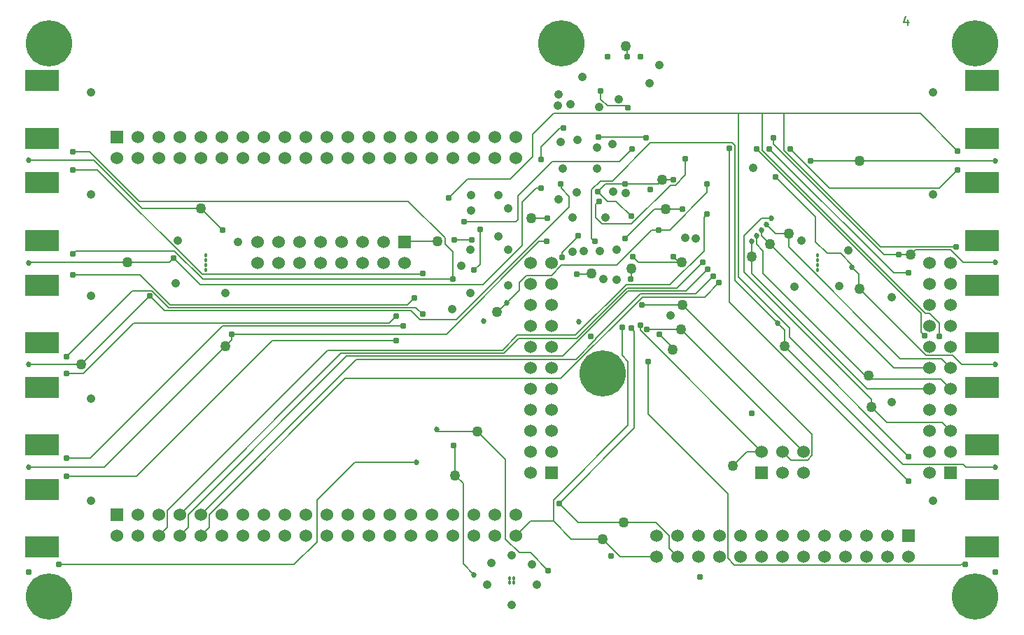
<source format=gbr>
G04 #@! TF.GenerationSoftware,KiCad,Pcbnew,6.0.10-86aedd382b~118~ubuntu22.04.1*
G04 #@! TF.CreationDate,2023-01-31T23:44:09-05:00*
G04 #@! TF.ProjectId,operacake,6f706572-6163-4616-9b65-2e6b69636164,rev?*
G04 #@! TF.SameCoordinates,Original*
G04 #@! TF.FileFunction,Copper,L4,Bot*
G04 #@! TF.FilePolarity,Positive*
%FSLAX46Y46*%
G04 Gerber Fmt 4.6, Leading zero omitted, Abs format (unit mm)*
G04 Created by KiCad (PCBNEW 6.0.10-86aedd382b~118~ubuntu22.04.1) date 2023-01-31 23:44:09*
%MOMM*%
%LPD*%
G01*
G04 APERTURE LIST*
%ADD10C,0.177800*%
G04 #@! TA.AperFunction,NonConductor*
%ADD11C,0.177800*%
G04 #@! TD*
G04 #@! TA.AperFunction,ComponentPad*
%ADD12C,5.600000*%
G04 #@! TD*
G04 #@! TA.AperFunction,ComponentPad*
%ADD13C,0.600000*%
G04 #@! TD*
G04 #@! TA.AperFunction,ComponentPad*
%ADD14R,1.524000X1.524000*%
G04 #@! TD*
G04 #@! TA.AperFunction,ComponentPad*
%ADD15C,1.524000*%
G04 #@! TD*
G04 #@! TA.AperFunction,SMDPad,CuDef*
%ADD16R,4.190000X2.665000*%
G04 #@! TD*
G04 #@! TA.AperFunction,SMDPad,CuDef*
%ADD17C,1.270000*%
G04 #@! TD*
G04 #@! TA.AperFunction,ComponentPad*
%ADD18C,0.457200*%
G04 #@! TD*
G04 #@! TA.AperFunction,ViaPad*
%ADD19C,1.066800*%
G04 #@! TD*
G04 #@! TA.AperFunction,ViaPad*
%ADD20C,0.685800*%
G04 #@! TD*
G04 #@! TA.AperFunction,ViaPad*
%ADD21C,0.787400*%
G04 #@! TD*
G04 #@! TA.AperFunction,Conductor*
%ADD22C,0.279400*%
G04 #@! TD*
G04 #@! TA.AperFunction,Conductor*
%ADD23C,0.203200*%
G04 #@! TD*
G04 APERTURE END LIST*
D10*
D11*
X167893523Y-101082285D02*
X167893523Y-101759619D01*
X167651619Y-100695238D02*
X167409714Y-101420952D01*
X168038666Y-101420952D01*
D12*
G04 #@! TO.P,MH1,1*
G04 #@! TO.N,GND*
X64000000Y-104000000D03*
D13*
X64000000Y-101800000D03*
X61800000Y-104000000D03*
X64000000Y-106200000D03*
X66200000Y-104000000D03*
X65550000Y-102450000D03*
X62450000Y-102450000D03*
X62450000Y-105550000D03*
X65550000Y-105550000D03*
G04 #@! TD*
D12*
G04 #@! TO.P,MH2,1*
G04 #@! TO.N,GND*
X64000000Y-171000000D03*
D13*
X64000000Y-168800000D03*
X61800000Y-171000000D03*
X64000000Y-173200000D03*
X66200000Y-171000000D03*
X65550000Y-169450000D03*
X62450000Y-169450000D03*
X62450000Y-172550000D03*
X65550000Y-172550000D03*
G04 #@! TD*
D12*
G04 #@! TO.P,MH3,1*
G04 #@! TO.N,GND*
X176000000Y-171000000D03*
D13*
X176000000Y-168800000D03*
X173800000Y-171000000D03*
X176000000Y-173200000D03*
X178200000Y-171000000D03*
X177550000Y-169450000D03*
X174450000Y-169450000D03*
X174450000Y-172550000D03*
X177550000Y-172550000D03*
G04 #@! TD*
D12*
G04 #@! TO.P,MH4,1*
G04 #@! TO.N,GND*
X176000000Y-104000000D03*
D13*
X176000000Y-101800000D03*
X173800000Y-104000000D03*
X176000000Y-106200000D03*
X178200000Y-104000000D03*
X177550000Y-102450000D03*
X174450000Y-102450000D03*
X174450000Y-105550000D03*
X177550000Y-105550000D03*
G04 #@! TD*
D12*
G04 #@! TO.P,MH5,1*
G04 #@! TO.N,GND*
X126000000Y-104000000D03*
D13*
X126000000Y-101800000D03*
X123800000Y-104000000D03*
X126000000Y-106200000D03*
X128200000Y-104000000D03*
X127550000Y-102450000D03*
X124450000Y-102450000D03*
X124450000Y-105550000D03*
X127550000Y-105550000D03*
G04 #@! TD*
D12*
G04 #@! TO.P,MH6,1*
G04 #@! TO.N,GND*
X131000000Y-144000000D03*
D13*
X131000000Y-141800000D03*
X128800000Y-144000000D03*
X131000000Y-146200000D03*
X133200000Y-144000000D03*
X132550000Y-142450000D03*
X129450000Y-142450000D03*
X129450000Y-145550000D03*
X132550000Y-145550000D03*
G04 #@! TD*
D14*
G04 #@! TO.P,P1,1*
G04 #@! TO.N,VCC*
X150170000Y-155950000D03*
D15*
G04 #@! TO.P,P1,2*
G04 #@! TO.N,/A0*
X150170000Y-153410000D03*
G04 #@! TO.P,P1,3*
G04 #@! TO.N,VCC*
X152710000Y-155950000D03*
G04 #@! TO.P,P1,4*
G04 #@! TO.N,/A1*
X152710000Y-153410000D03*
G04 #@! TO.P,P1,5*
G04 #@! TO.N,VCC*
X155250000Y-155950000D03*
G04 #@! TO.P,P1,6*
G04 #@! TO.N,/A2*
X155250000Y-153410000D03*
G04 #@! TD*
D14*
G04 #@! TO.P,P9,1*
G04 #@! TO.N,GND*
X106990000Y-128010000D03*
D15*
G04 #@! TO.P,P9,2*
X106990000Y-130550000D03*
G04 #@! TO.P,P9,3*
X104450000Y-128010000D03*
G04 #@! TO.P,P9,4*
G04 #@! TO.N,Net-(P9-Pad4)*
X104450000Y-130550000D03*
G04 #@! TO.P,P9,5*
G04 #@! TO.N,Net-(P9-Pad5)*
X101910000Y-128010000D03*
G04 #@! TO.P,P9,6*
G04 #@! TO.N,Net-(P9-Pad6)*
X101910000Y-130550000D03*
G04 #@! TO.P,P9,7*
G04 #@! TO.N,Net-(P9-Pad7)*
X99370000Y-128010000D03*
G04 #@! TO.P,P9,8*
G04 #@! TO.N,GND*
X99370000Y-130550000D03*
G04 #@! TO.P,P9,9*
X96830000Y-128010000D03*
G04 #@! TO.P,P9,10*
G04 #@! TO.N,Net-(P9-Pad10)*
X96830000Y-130550000D03*
G04 #@! TO.P,P9,11*
G04 #@! TO.N,Net-(P9-Pad11)*
X94290000Y-128010000D03*
G04 #@! TO.P,P9,12*
G04 #@! TO.N,Net-(P9-Pad12)*
X94290000Y-130550000D03*
G04 #@! TO.P,P9,13*
G04 #@! TO.N,Net-(P9-Pad13)*
X91750000Y-128010000D03*
G04 #@! TO.P,P9,14*
G04 #@! TO.N,GND*
X91750000Y-130550000D03*
G04 #@! TO.P,P9,15*
X89210000Y-128010000D03*
G04 #@! TO.P,P9,16*
X89210000Y-130550000D03*
G04 #@! TD*
D14*
G04 #@! TO.P,P20,1*
G04 #@! TO.N,Net-(P20-Pad1)*
X173030000Y-155950000D03*
D15*
G04 #@! TO.P,P20,2*
G04 #@! TO.N,Net-(P20-Pad2)*
X170490000Y-155950000D03*
G04 #@! TO.P,P20,3*
G04 #@! TO.N,VCC*
X173030000Y-153410000D03*
G04 #@! TO.P,P20,4*
G04 #@! TO.N,Net-(P20-Pad4)*
X170490000Y-153410000D03*
G04 #@! TO.P,P20,5*
G04 #@! TO.N,/EXT_U1CTRL*
X173030000Y-150870000D03*
G04 #@! TO.P,P20,6*
G04 #@! TO.N,Net-(P20-Pad6)*
X170490000Y-150870000D03*
G04 #@! TO.P,P20,7*
G04 #@! TO.N,Net-(P20-Pad7)*
X173030000Y-148330000D03*
G04 #@! TO.P,P20,8*
G04 #@! TO.N,Net-(P20-Pad8)*
X170490000Y-148330000D03*
G04 #@! TO.P,P20,9*
G04 #@! TO.N,/EXT_U2CTRL0*
X173030000Y-145790000D03*
G04 #@! TO.P,P20,10*
G04 #@! TO.N,/EXT_U2CTRL1*
X170490000Y-145790000D03*
G04 #@! TO.P,P20,11*
G04 #@! TO.N,/EXT_U3CTRL0*
X173030000Y-143250000D03*
G04 #@! TO.P,P20,12*
G04 #@! TO.N,/EXT_U3CTRL1*
X170490000Y-143250000D03*
G04 #@! TO.P,P20,13*
G04 #@! TO.N,Net-(P20-Pad13)*
X173030000Y-140710000D03*
G04 #@! TO.P,P20,14*
G04 #@! TO.N,Net-(P20-Pad14)*
X170490000Y-140710000D03*
G04 #@! TO.P,P20,15*
G04 #@! TO.N,GND*
X173030000Y-138170000D03*
G04 #@! TO.P,P20,16*
G04 #@! TO.N,Net-(P20-Pad16)*
X170490000Y-138170000D03*
G04 #@! TO.P,P20,17*
G04 #@! TO.N,Net-(P20-Pad17)*
X173030000Y-135630000D03*
G04 #@! TO.P,P20,18*
G04 #@! TO.N,Net-(P20-Pad18)*
X170490000Y-135630000D03*
G04 #@! TO.P,P20,19*
G04 #@! TO.N,GND*
X173030000Y-133090000D03*
G04 #@! TO.P,P20,20*
G04 #@! TO.N,Net-(P20-Pad20)*
X170490000Y-133090000D03*
G04 #@! TO.P,P20,21*
G04 #@! TO.N,Net-(P20-Pad21)*
X173030000Y-130550000D03*
G04 #@! TO.P,P20,22*
G04 #@! TO.N,Net-(P20-Pad22)*
X170490000Y-130550000D03*
G04 #@! TD*
D14*
G04 #@! TO.P,P22,1*
G04 #@! TO.N,Net-(P22-Pad1)*
X167950000Y-163570000D03*
D15*
G04 #@! TO.P,P22,2*
G04 #@! TO.N,Net-(P22-Pad2)*
X167950000Y-166110000D03*
G04 #@! TO.P,P22,3*
G04 #@! TO.N,Net-(P22-Pad3)*
X165410000Y-163570000D03*
G04 #@! TO.P,P22,4*
G04 #@! TO.N,GND*
X165410000Y-166110000D03*
G04 #@! TO.P,P22,5*
G04 #@! TO.N,Net-(P22-Pad5)*
X162870000Y-163570000D03*
G04 #@! TO.P,P22,6*
G04 #@! TO.N,Net-(P22-Pad6)*
X162870000Y-166110000D03*
G04 #@! TO.P,P22,7*
G04 #@! TO.N,Net-(P22-Pad7)*
X160330000Y-163570000D03*
G04 #@! TO.P,P22,8*
G04 #@! TO.N,Net-(P22-Pad8)*
X160330000Y-166110000D03*
G04 #@! TO.P,P22,9*
G04 #@! TO.N,Net-(P22-Pad9)*
X157790000Y-163570000D03*
G04 #@! TO.P,P22,10*
G04 #@! TO.N,GND*
X157790000Y-166110000D03*
G04 #@! TO.P,P22,11*
G04 #@! TO.N,VCC*
X155250000Y-163570000D03*
G04 #@! TO.P,P22,12*
G04 #@! TO.N,Net-(P22-Pad12)*
X155250000Y-166110000D03*
G04 #@! TO.P,P22,13*
G04 #@! TO.N,Net-(P22-Pad13)*
X152710000Y-163570000D03*
G04 #@! TO.P,P22,14*
G04 #@! TO.N,Net-(P22-Pad14)*
X152710000Y-166110000D03*
G04 #@! TO.P,P22,15*
G04 #@! TO.N,Net-(P22-Pad15)*
X150170000Y-163570000D03*
G04 #@! TO.P,P22,16*
G04 #@! TO.N,Net-(P22-Pad16)*
X150170000Y-166110000D03*
G04 #@! TO.P,P22,17*
G04 #@! TO.N,Net-(P22-Pad17)*
X147630000Y-163570000D03*
G04 #@! TO.P,P22,18*
G04 #@! TO.N,GND*
X147630000Y-166110000D03*
G04 #@! TO.P,P22,19*
G04 #@! TO.N,Net-(P22-Pad19)*
X145090000Y-163570000D03*
G04 #@! TO.P,P22,20*
G04 #@! TO.N,Net-(P22-Pad20)*
X145090000Y-166110000D03*
G04 #@! TO.P,P22,21*
G04 #@! TO.N,Net-(P22-Pad21)*
X142550000Y-163570000D03*
G04 #@! TO.P,P22,22*
G04 #@! TO.N,Net-(P22-Pad22)*
X142550000Y-166110000D03*
G04 #@! TO.P,P22,23*
G04 #@! TO.N,Net-(P22-Pad23)*
X140010000Y-163570000D03*
G04 #@! TO.P,P22,24*
G04 #@! TO.N,/SDA*
X140010000Y-166110000D03*
G04 #@! TO.P,P22,25*
G04 #@! TO.N,Net-(P22-Pad25)*
X137470000Y-163570000D03*
G04 #@! TO.P,P22,26*
G04 #@! TO.N,/SCL*
X137470000Y-166110000D03*
G04 #@! TD*
D14*
G04 #@! TO.P,P28,1*
G04 #@! TO.N,VCC*
X124770000Y-155950000D03*
D15*
G04 #@! TO.P,P28,2*
G04 #@! TO.N,GND*
X122230000Y-155950000D03*
G04 #@! TO.P,P28,3*
G04 #@! TO.N,Net-(P28-Pad3)*
X124770000Y-153410000D03*
G04 #@! TO.P,P28,4*
G04 #@! TO.N,Net-(P28-Pad4)*
X122230000Y-153410000D03*
G04 #@! TO.P,P28,5*
G04 #@! TO.N,Net-(P28-Pad5)*
X124770000Y-150870000D03*
G04 #@! TO.P,P28,6*
G04 #@! TO.N,Net-(P28-Pad6)*
X122230000Y-150870000D03*
G04 #@! TO.P,P28,7*
G04 #@! TO.N,Net-(P28-Pad7)*
X124770000Y-148330000D03*
G04 #@! TO.P,P28,8*
G04 #@! TO.N,Net-(P28-Pad8)*
X122230000Y-148330000D03*
G04 #@! TO.P,P28,9*
G04 #@! TO.N,Net-(P28-Pad9)*
X124770000Y-145790000D03*
G04 #@! TO.P,P28,10*
G04 #@! TO.N,Net-(P28-Pad10)*
X122230000Y-145790000D03*
G04 #@! TO.P,P28,11*
G04 #@! TO.N,Net-(P28-Pad11)*
X124770000Y-143250000D03*
G04 #@! TO.P,P28,12*
G04 #@! TO.N,GND*
X122230000Y-143250000D03*
G04 #@! TO.P,P28,13*
G04 #@! TO.N,Net-(P28-Pad13)*
X124770000Y-140710000D03*
G04 #@! TO.P,P28,14*
G04 #@! TO.N,Net-(P28-Pad14)*
X122230000Y-140710000D03*
G04 #@! TO.P,P28,15*
G04 #@! TO.N,Net-(P28-Pad15)*
X124770000Y-138170000D03*
G04 #@! TO.P,P28,16*
G04 #@! TO.N,Net-(P28-Pad16)*
X122230000Y-138170000D03*
G04 #@! TO.P,P28,17*
G04 #@! TO.N,Net-(P28-Pad17)*
X124770000Y-135630000D03*
G04 #@! TO.P,P28,18*
G04 #@! TO.N,Net-(P28-Pad18)*
X122230000Y-135630000D03*
G04 #@! TO.P,P28,19*
G04 #@! TO.N,Net-(P28-Pad19)*
X124770000Y-133090000D03*
G04 #@! TO.P,P28,20*
G04 #@! TO.N,Net-(P28-Pad20)*
X122230000Y-133090000D03*
G04 #@! TO.P,P28,21*
G04 #@! TO.N,Net-(P28-Pad21)*
X124770000Y-130550000D03*
G04 #@! TO.P,P28,22*
G04 #@! TO.N,Net-(P28-Pad22)*
X122230000Y-130550000D03*
G04 #@! TD*
D16*
G04 #@! TO.P,PA0,2*
G04 #@! TO.N,GND*
X63115000Y-158007500D03*
X63115000Y-164992500D03*
D13*
X64520000Y-164000000D03*
X64520000Y-165000000D03*
X64520000Y-166000000D03*
X63520000Y-164000000D03*
X63520000Y-165000000D03*
X63520000Y-166000000D03*
X62520000Y-164000000D03*
X62520000Y-165000000D03*
X62520000Y-166000000D03*
X64520000Y-159000000D03*
X64520000Y-158000000D03*
X64520000Y-157000000D03*
X63520000Y-159000000D03*
X63520000Y-158000000D03*
X63520000Y-157000000D03*
X62520000Y-159000000D03*
X62520000Y-158000000D03*
X62520000Y-157000000D03*
G04 #@! TD*
D16*
G04 #@! TO.P,PA1,2*
G04 #@! TO.N,GND*
X63115000Y-145632500D03*
X63115000Y-152617500D03*
D13*
X64520000Y-151625000D03*
X64520000Y-152625000D03*
X64520000Y-153625000D03*
X63520000Y-151625000D03*
X63520000Y-152625000D03*
X63520000Y-153625000D03*
X62520000Y-151625000D03*
X62520000Y-152625000D03*
X62520000Y-153625000D03*
X64520000Y-146625000D03*
X64520000Y-145625000D03*
X64520000Y-144625000D03*
X63520000Y-146625000D03*
X63520000Y-145625000D03*
X63520000Y-144625000D03*
X62520000Y-146625000D03*
X62520000Y-145625000D03*
X62520000Y-144625000D03*
G04 #@! TD*
D16*
G04 #@! TO.P,PA2,2*
G04 #@! TO.N,GND*
X63115000Y-133257500D03*
X63115000Y-140242500D03*
D13*
X64520000Y-139250000D03*
X64520000Y-140250000D03*
X64520000Y-141250000D03*
X63520000Y-139250000D03*
X63520000Y-140250000D03*
X63520000Y-141250000D03*
X62520000Y-139250000D03*
X62520000Y-140250000D03*
X62520000Y-141250000D03*
X64520000Y-134250000D03*
X64520000Y-133250000D03*
X64520000Y-132250000D03*
X63520000Y-134250000D03*
X63520000Y-133250000D03*
X63520000Y-132250000D03*
X62520000Y-134250000D03*
X62520000Y-133250000D03*
X62520000Y-132250000D03*
G04 #@! TD*
D16*
G04 #@! TO.P,PA3,2*
G04 #@! TO.N,GND*
X63115000Y-120882500D03*
X63115000Y-127867500D03*
D13*
X64520000Y-126875000D03*
X64520000Y-127875000D03*
X64520000Y-128875000D03*
X63520000Y-126875000D03*
X63520000Y-127875000D03*
X63520000Y-128875000D03*
X62520000Y-126875000D03*
X62520000Y-127875000D03*
X62520000Y-128875000D03*
X64520000Y-121875000D03*
X64520000Y-120875000D03*
X64520000Y-119875000D03*
X63520000Y-121875000D03*
X63520000Y-120875000D03*
X63520000Y-119875000D03*
X62520000Y-121875000D03*
X62520000Y-120875000D03*
X62520000Y-119875000D03*
G04 #@! TD*
D16*
G04 #@! TO.P,PA4,2*
G04 #@! TO.N,GND*
X63115000Y-108507500D03*
X63115000Y-115492500D03*
D13*
X64520000Y-114500000D03*
X64520000Y-115500000D03*
X64520000Y-116500000D03*
X63520000Y-114500000D03*
X63520000Y-115500000D03*
X63520000Y-116500000D03*
X62520000Y-114500000D03*
X62520000Y-115500000D03*
X62520000Y-116500000D03*
X64520000Y-109500000D03*
X64520000Y-108500000D03*
X64520000Y-107500000D03*
X63520000Y-109500000D03*
X63520000Y-108500000D03*
X63520000Y-107500000D03*
X62520000Y-109500000D03*
X62520000Y-108500000D03*
X62520000Y-107500000D03*
G04 #@! TD*
D16*
G04 #@! TO.P,PB0,2*
G04 #@! TO.N,GND*
X176885000Y-164992500D03*
X176885000Y-158007500D03*
D13*
X175480000Y-159000000D03*
X175480000Y-158000000D03*
X175480000Y-157000000D03*
X176480000Y-159000000D03*
X176480000Y-158000000D03*
X176480000Y-157000000D03*
X177480000Y-159000000D03*
X177480000Y-158000000D03*
X177480000Y-157000000D03*
X175480000Y-164000000D03*
X175480000Y-165000000D03*
X175480000Y-166000000D03*
X176480000Y-164000000D03*
X176480000Y-165000000D03*
X176480000Y-166000000D03*
X177480000Y-164000000D03*
X177480000Y-165000000D03*
X177480000Y-166000000D03*
G04 #@! TD*
D16*
G04 #@! TO.P,PB1,2*
G04 #@! TO.N,GND*
X176885000Y-152617500D03*
X176885000Y-145632500D03*
D13*
X175480000Y-146625000D03*
X175480000Y-145625000D03*
X175480000Y-144625000D03*
X176480000Y-146625000D03*
X176480000Y-145625000D03*
X176480000Y-144625000D03*
X177480000Y-146625000D03*
X177480000Y-145625000D03*
X177480000Y-144625000D03*
X175480000Y-151625000D03*
X175480000Y-152625000D03*
X175480000Y-153625000D03*
X176480000Y-151625000D03*
X176480000Y-152625000D03*
X176480000Y-153625000D03*
X177480000Y-151625000D03*
X177480000Y-152625000D03*
X177480000Y-153625000D03*
G04 #@! TD*
D16*
G04 #@! TO.P,PB2,2*
G04 #@! TO.N,GND*
X176885000Y-140242500D03*
X176885000Y-133257500D03*
D13*
X175480000Y-134250000D03*
X175480000Y-133250000D03*
X175480000Y-132250000D03*
X176480000Y-134250000D03*
X176480000Y-133250000D03*
X176480000Y-132250000D03*
X177480000Y-134250000D03*
X177480000Y-133250000D03*
X177480000Y-132250000D03*
X175480000Y-139250000D03*
X175480000Y-140250000D03*
X175480000Y-141250000D03*
X176480000Y-139250000D03*
X176480000Y-140250000D03*
X176480000Y-141250000D03*
X177480000Y-139250000D03*
X177480000Y-140250000D03*
X177480000Y-141250000D03*
G04 #@! TD*
D16*
G04 #@! TO.P,PB3,2*
G04 #@! TO.N,GND*
X176885000Y-127867500D03*
X176885000Y-120882500D03*
D13*
X175480000Y-121875000D03*
X175480000Y-120875000D03*
X175480000Y-119875000D03*
X176480000Y-121875000D03*
X176480000Y-120875000D03*
X176480000Y-119875000D03*
X177480000Y-121875000D03*
X177480000Y-120875000D03*
X177480000Y-119875000D03*
X175480000Y-126875000D03*
X175480000Y-127875000D03*
X175480000Y-128875000D03*
X176480000Y-126875000D03*
X176480000Y-127875000D03*
X176480000Y-128875000D03*
X177480000Y-126875000D03*
X177480000Y-127875000D03*
X177480000Y-128875000D03*
G04 #@! TD*
D16*
G04 #@! TO.P,PB4,2*
G04 #@! TO.N,GND*
X176885000Y-115492500D03*
X176885000Y-108507500D03*
D13*
X175480000Y-109500000D03*
X175480000Y-108500000D03*
X175480000Y-107500000D03*
X176480000Y-109500000D03*
X176480000Y-108500000D03*
X176480000Y-107500000D03*
X177480000Y-109500000D03*
X177480000Y-108500000D03*
X177480000Y-107500000D03*
X175480000Y-114500000D03*
X175480000Y-115500000D03*
X175480000Y-116500000D03*
X176480000Y-114500000D03*
X176480000Y-115500000D03*
X176480000Y-116500000D03*
X177480000Y-114500000D03*
X177480000Y-115500000D03*
X177480000Y-116500000D03*
G04 #@! TD*
D17*
G04 #@! TO.P,TP1,1*
G04 #@! TO.N,/EXT_U2CTRL1*
X149000000Y-129800000D03*
G04 #@! TD*
G04 #@! TO.P,TP2,1*
G04 #@! TO.N,/EXT_U2CTRL0*
X163113720Y-144198340D03*
G04 #@! TD*
G04 #@! TO.P,TP3,1*
G04 #@! TO.N,/EXT_U3CTRL1*
X151200000Y-128300000D03*
G04 #@! TD*
G04 #@! TO.P,TP4,1*
G04 #@! TO.N,/EXT_U3CTRL0*
X153500000Y-127000000D03*
G04 #@! TD*
G04 #@! TO.P,TP5,1*
G04 #@! TO.N,/EXT_U1CTRL*
X163500000Y-148000000D03*
G04 #@! TD*
G04 #@! TO.P,TP6,1*
G04 #@! TO.N,/!LED_EN*
X139400000Y-141100000D03*
G04 #@! TD*
G04 #@! TO.P,TP7,1*
G04 #@! TO.N,/!RESET*
X134400000Y-131300000D03*
G04 #@! TD*
G04 #@! TO.P,TP8,1*
G04 #@! TO.N,/!OE*
X140500000Y-130500000D03*
G04 #@! TD*
G04 #@! TO.P,TP9,1*
G04 #@! TO.N,/U1CTRL*
X118200000Y-136500000D03*
G04 #@! TD*
G04 #@! TO.P,TP10,1*
G04 #@! TO.N,/U2CTRL0*
X129600000Y-131900000D03*
G04 #@! TD*
G04 #@! TO.P,TP11,1*
G04 #@! TO.N,/U2CTRL1*
X138600000Y-124100000D03*
G04 #@! TD*
G04 #@! TO.P,TP12,1*
G04 #@! TO.N,/U3CTRL0*
X138200000Y-120500000D03*
G04 #@! TD*
G04 #@! TO.P,TP13,1*
G04 #@! TO.N,/U3CTRL1*
X133770000Y-104323600D03*
G04 #@! TD*
G04 #@! TO.P,TP14,1*
G04 #@! TO.N,GND*
X111000000Y-128000000D03*
G04 #@! TD*
G04 #@! TO.P,TP15,1*
G04 #@! TO.N,VCC*
X122300000Y-125200000D03*
G04 #@! TD*
G04 #@! TO.P,TP16,1*
G04 #@! TO.N,/U1VC1*
X115800000Y-151000000D03*
G04 #@! TD*
G04 #@! TO.P,TP17,1*
G04 #@! TO.N,/U1VC2*
X113106200Y-156286200D03*
G04 #@! TD*
G04 #@! TO.P,TP18,1*
G04 #@! TO.N,/U2V1*
X67900000Y-142900000D03*
G04 #@! TD*
G04 #@! TO.P,TP19,1*
G04 #@! TO.N,/U2V2*
X73500000Y-130500000D03*
G04 #@! TD*
G04 #@! TO.P,TP20,1*
G04 #@! TO.N,/U2V3*
X85300000Y-140700000D03*
G04 #@! TD*
G04 #@! TO.P,TP21,1*
G04 #@! TO.N,/U2V4*
X82400000Y-124000000D03*
G04 #@! TD*
G04 #@! TO.P,TP22,1*
G04 #@! TO.N,/U3V1*
X168200000Y-129600000D03*
G04 #@! TD*
G04 #@! TO.P,TP23,1*
G04 #@! TO.N,/U3V2*
X162031680Y-133725920D03*
G04 #@! TD*
G04 #@! TO.P,TP24,1*
G04 #@! TO.N,/U3V3*
X162000000Y-118200000D03*
G04 #@! TD*
G04 #@! TO.P,TP25,1*
G04 #@! TO.N,/U3V4*
X153000000Y-140667998D03*
G04 #@! TD*
G04 #@! TO.P,TP26,1*
G04 #@! TO.N,/SDA*
X133500000Y-162000000D03*
G04 #@! TD*
G04 #@! TO.P,TP27,1*
G04 #@! TO.N,/SCL*
X131000000Y-164000000D03*
G04 #@! TD*
G04 #@! TO.P,TP28,1*
G04 #@! TO.N,/A0*
X146700000Y-155100000D03*
G04 #@! TD*
G04 #@! TO.P,TP29,1*
G04 #@! TO.N,/A1*
X140600000Y-135700000D03*
G04 #@! TD*
G04 #@! TO.P,TP30,1*
G04 #@! TO.N,/A2*
X140440000Y-138600000D03*
G04 #@! TD*
D18*
G04 #@! TO.P,U1,0*
G04 #@! TO.N,GND*
X120250000Y-169250000D03*
X119750000Y-169250000D03*
X119750000Y-168750000D03*
X120250000Y-168750000D03*
G04 #@! TD*
G04 #@! TO.P,U2,0*
G04 #@! TO.N,GND*
X83000000Y-130262500D03*
X83000000Y-129662500D03*
X83000000Y-130862500D03*
X83000000Y-131462500D03*
G04 #@! TD*
G04 #@! TO.P,U3,0*
G04 #@! TO.N,GND*
X157000000Y-130862500D03*
X157000000Y-131462500D03*
X157000000Y-130262500D03*
X157000000Y-129662500D03*
G04 #@! TD*
D14*
G04 #@! TO.P,J1,1*
G04 #@! TO.N,GND*
X72192000Y-115310000D03*
D15*
G04 #@! TO.P,J1,2*
G04 #@! TO.N,VCC*
X72192000Y-117850000D03*
G04 #@! TO.P,J1,3*
G04 #@! TO.N,Net-(J1-Pad3)*
X74732000Y-115310000D03*
G04 #@! TO.P,J1,4*
G04 #@! TO.N,Net-(J1-Pad4)*
X74732000Y-117850000D03*
G04 #@! TO.P,J1,5*
G04 #@! TO.N,Net-(J1-Pad5)*
X77272000Y-115310000D03*
G04 #@! TO.P,J1,6*
G04 #@! TO.N,Net-(J1-Pad6)*
X77272000Y-117850000D03*
G04 #@! TO.P,J1,7*
G04 #@! TO.N,Net-(J1-Pad7)*
X79812000Y-115310000D03*
G04 #@! TO.P,J1,8*
G04 #@! TO.N,Net-(J1-Pad8)*
X79812000Y-117850000D03*
G04 #@! TO.P,J1,9*
G04 #@! TO.N,Net-(J1-Pad9)*
X82352000Y-115310000D03*
G04 #@! TO.P,J1,10*
G04 #@! TO.N,Net-(J1-Pad10)*
X82352000Y-117850000D03*
G04 #@! TO.P,J1,11*
G04 #@! TO.N,Net-(J1-Pad11)*
X84892000Y-115310000D03*
G04 #@! TO.P,J1,12*
G04 #@! TO.N,Net-(J1-Pad12)*
X84892000Y-117850000D03*
G04 #@! TO.P,J1,13*
G04 #@! TO.N,Net-(J1-Pad13)*
X87432000Y-115310000D03*
G04 #@! TO.P,J1,14*
G04 #@! TO.N,Net-(J1-Pad14)*
X87432000Y-117850000D03*
G04 #@! TO.P,J1,15*
G04 #@! TO.N,Net-(J1-Pad15)*
X89972000Y-115310000D03*
G04 #@! TO.P,J1,16*
G04 #@! TO.N,Net-(J1-Pad16)*
X89972000Y-117850000D03*
G04 #@! TO.P,J1,17*
G04 #@! TO.N,Net-(J1-Pad17)*
X92512000Y-115310000D03*
G04 #@! TO.P,J1,18*
G04 #@! TO.N,Net-(J1-Pad18)*
X92512000Y-117850000D03*
G04 #@! TO.P,J1,19*
G04 #@! TO.N,Net-(J1-Pad19)*
X95052000Y-115310000D03*
G04 #@! TO.P,J1,20*
G04 #@! TO.N,Net-(J1-Pad20)*
X95052000Y-117850000D03*
G04 #@! TO.P,J1,21*
G04 #@! TO.N,Net-(J1-Pad21)*
X97592000Y-115310000D03*
G04 #@! TO.P,J1,22*
G04 #@! TO.N,Net-(J1-Pad22)*
X97592000Y-117850000D03*
G04 #@! TO.P,J1,23*
G04 #@! TO.N,Net-(J1-Pad23)*
X100132000Y-115310000D03*
G04 #@! TO.P,J1,24*
G04 #@! TO.N,Net-(J1-Pad24)*
X100132000Y-117850000D03*
G04 #@! TO.P,J1,25*
G04 #@! TO.N,Net-(J1-Pad25)*
X102672000Y-115310000D03*
G04 #@! TO.P,J1,26*
G04 #@! TO.N,Net-(J1-Pad26)*
X102672000Y-117850000D03*
G04 #@! TO.P,J1,27*
G04 #@! TO.N,Net-(J1-Pad27)*
X105212000Y-115310000D03*
G04 #@! TO.P,J1,28*
G04 #@! TO.N,Net-(J1-Pad28)*
X105212000Y-117850000D03*
G04 #@! TO.P,J1,29*
G04 #@! TO.N,Net-(J1-Pad29)*
X107752000Y-115310000D03*
G04 #@! TO.P,J1,30*
G04 #@! TO.N,Net-(J1-Pad30)*
X107752000Y-117850000D03*
G04 #@! TO.P,J1,31*
G04 #@! TO.N,Net-(J1-Pad31)*
X110292000Y-115310000D03*
G04 #@! TO.P,J1,32*
G04 #@! TO.N,Net-(J1-Pad32)*
X110292000Y-117850000D03*
G04 #@! TO.P,J1,33*
G04 #@! TO.N,Net-(J1-Pad33)*
X112832000Y-115310000D03*
G04 #@! TO.P,J1,34*
G04 #@! TO.N,Net-(J1-Pad34)*
X112832000Y-117850000D03*
G04 #@! TO.P,J1,35*
G04 #@! TO.N,Net-(J1-Pad35)*
X115372000Y-115310000D03*
G04 #@! TO.P,J1,36*
G04 #@! TO.N,Net-(J1-Pad36)*
X115372000Y-117850000D03*
G04 #@! TO.P,J1,37*
G04 #@! TO.N,Net-(J1-Pad37)*
X117912000Y-115310000D03*
G04 #@! TO.P,J1,38*
G04 #@! TO.N,Net-(J1-Pad38)*
X117912000Y-117850000D03*
G04 #@! TO.P,J1,39*
G04 #@! TO.N,Net-(J1-Pad39)*
X120452000Y-115310000D03*
G04 #@! TO.P,J1,40*
G04 #@! TO.N,Net-(J1-Pad40)*
X120452000Y-117850000D03*
G04 #@! TD*
D14*
G04 #@! TO.P,J2,1*
G04 #@! TO.N,GND*
X72192000Y-161030000D03*
D15*
G04 #@! TO.P,J2,2*
G04 #@! TO.N,Net-(J2-Pad2)*
X72192000Y-163570000D03*
G04 #@! TO.P,J2,3*
G04 #@! TO.N,Net-(J2-Pad3)*
X74732000Y-161030000D03*
G04 #@! TO.P,J2,4*
G04 #@! TO.N,Net-(J2-Pad4)*
X74732000Y-163570000D03*
G04 #@! TO.P,J2,5*
G04 #@! TO.N,Net-(J2-Pad5)*
X77272000Y-161030000D03*
G04 #@! TO.P,J2,6*
G04 #@! TO.N,/EXT_U1CTRL*
X77272000Y-163570000D03*
G04 #@! TO.P,J2,7*
G04 #@! TO.N,/EXT_U3CTRL0*
X79812000Y-161030000D03*
G04 #@! TO.P,J2,8*
G04 #@! TO.N,/EXT_U3CTRL1*
X79812000Y-163570000D03*
G04 #@! TO.P,J2,9*
G04 #@! TO.N,/EXT_U2CTRL0*
X82352000Y-161030000D03*
G04 #@! TO.P,J2,10*
G04 #@! TO.N,/EXT_U2CTRL1*
X82352000Y-163570000D03*
G04 #@! TO.P,J2,11*
G04 #@! TO.N,Net-(J2-Pad11)*
X84892000Y-161030000D03*
G04 #@! TO.P,J2,12*
G04 #@! TO.N,Net-(J2-Pad12)*
X84892000Y-163570000D03*
G04 #@! TO.P,J2,13*
G04 #@! TO.N,Net-(J2-Pad13)*
X87432000Y-161030000D03*
G04 #@! TO.P,J2,14*
G04 #@! TO.N,Net-(J2-Pad14)*
X87432000Y-163570000D03*
G04 #@! TO.P,J2,15*
G04 #@! TO.N,Net-(J2-Pad15)*
X89972000Y-161030000D03*
G04 #@! TO.P,J2,16*
G04 #@! TO.N,Net-(J2-Pad16)*
X89972000Y-163570000D03*
G04 #@! TO.P,J2,17*
G04 #@! TO.N,Net-(J2-Pad17)*
X92512000Y-161030000D03*
G04 #@! TO.P,J2,18*
G04 #@! TO.N,Net-(J2-Pad18)*
X92512000Y-163570000D03*
G04 #@! TO.P,J2,19*
G04 #@! TO.N,Net-(J2-Pad19)*
X95052000Y-161030000D03*
G04 #@! TO.P,J2,20*
G04 #@! TO.N,Net-(J2-Pad20)*
X95052000Y-163570000D03*
G04 #@! TO.P,J2,21*
G04 #@! TO.N,Net-(J2-Pad21)*
X97592000Y-161030000D03*
G04 #@! TO.P,J2,22*
G04 #@! TO.N,Net-(J2-Pad22)*
X97592000Y-163570000D03*
G04 #@! TO.P,J2,23*
G04 #@! TO.N,Net-(J2-Pad23)*
X100132000Y-161030000D03*
G04 #@! TO.P,J2,24*
G04 #@! TO.N,Net-(J2-Pad24)*
X100132000Y-163570000D03*
G04 #@! TO.P,J2,25*
G04 #@! TO.N,Net-(J2-Pad25)*
X102672000Y-161030000D03*
G04 #@! TO.P,J2,26*
G04 #@! TO.N,Net-(J2-Pad26)*
X102672000Y-163570000D03*
G04 #@! TO.P,J2,27*
G04 #@! TO.N,Net-(J2-Pad27)*
X105212000Y-161030000D03*
G04 #@! TO.P,J2,28*
G04 #@! TO.N,Net-(J2-Pad28)*
X105212000Y-163570000D03*
G04 #@! TO.P,J2,29*
G04 #@! TO.N,Net-(J2-Pad29)*
X107752000Y-161030000D03*
G04 #@! TO.P,J2,30*
G04 #@! TO.N,Net-(J2-Pad30)*
X107752000Y-163570000D03*
G04 #@! TO.P,J2,31*
G04 #@! TO.N,Net-(J2-Pad31)*
X110292000Y-161030000D03*
G04 #@! TO.P,J2,32*
G04 #@! TO.N,Net-(J2-Pad32)*
X110292000Y-163570000D03*
G04 #@! TO.P,J2,33*
G04 #@! TO.N,Net-(J2-Pad33)*
X112832000Y-161030000D03*
G04 #@! TO.P,J2,34*
G04 #@! TO.N,Net-(J2-Pad34)*
X112832000Y-163570000D03*
G04 #@! TO.P,J2,35*
G04 #@! TO.N,Net-(J2-Pad35)*
X115372000Y-161030000D03*
G04 #@! TO.P,J2,36*
G04 #@! TO.N,Net-(J2-Pad36)*
X115372000Y-163570000D03*
G04 #@! TO.P,J2,37*
G04 #@! TO.N,Net-(J2-Pad37)*
X117912000Y-161030000D03*
G04 #@! TO.P,J2,38*
G04 #@! TO.N,Net-(J2-Pad38)*
X117912000Y-163570000D03*
G04 #@! TO.P,J2,39*
G04 #@! TO.N,/SDA*
X120452000Y-161030000D03*
G04 #@! TO.P,J2,40*
G04 #@! TO.N,/SCL*
X120452000Y-163570000D03*
G04 #@! TD*
D19*
G04 #@! TO.N,GND*
X130652520Y-129113280D03*
X159623760Y-133380480D03*
X155006040Y-127863600D03*
X154183080Y-133426200D03*
X122428000Y-167050720D03*
X117546120Y-166938960D03*
X112768380Y-136154160D03*
X113878360Y-130962400D03*
X115046760Y-122392440D03*
X127342900Y-129204720D03*
X125674120Y-122915680D03*
X133741160Y-122128280D03*
X130286760Y-116593620D03*
X130276600Y-119171720D03*
X125547120Y-111579660D03*
X137822940Y-106649520D03*
X125925580Y-115968780D03*
X126100840Y-119141240D03*
X160680400Y-129082800D03*
X142234920Y-127662940D03*
X130540760Y-111693960D03*
X127086360Y-111328200D03*
X132918200Y-110769400D03*
X128549400Y-108026200D03*
X86817200Y-128041400D03*
X79603600Y-127914400D03*
X79298800Y-133070600D03*
X85293200Y-134188200D03*
X123002359Y-169523597D03*
X120000000Y-166000000D03*
X120000000Y-172000000D03*
X117000000Y-169528703D03*
X149200000Y-119100000D03*
D20*
X128100000Y-137700000D03*
D19*
X119536777Y-123975619D03*
X127300000Y-125100000D03*
X119536777Y-128975619D03*
X119536777Y-133275619D03*
X131300000Y-125100000D03*
X139200000Y-136900000D03*
D21*
X149000000Y-148800000D03*
D19*
X69100000Y-109900000D03*
X69100000Y-122300000D03*
X69100000Y-134600000D03*
X69100000Y-147000000D03*
X69100000Y-159400000D03*
X170900000Y-159400000D03*
X165900000Y-147400000D03*
X165900000Y-134700000D03*
X170900000Y-122300000D03*
X170900000Y-109900000D03*
X131046220Y-132532120D03*
G04 #@! TO.N,VCC*
X114929920Y-134223760D03*
X114993420Y-128945640D03*
X115023900Y-124228860D03*
X128671320Y-129128520D03*
X127833120Y-122011440D03*
X132227320Y-121970800D03*
X132184140Y-116166900D03*
X125592840Y-110215680D03*
X136634220Y-108821220D03*
X127947420Y-115648740D03*
X132648960Y-128976120D03*
X132702300Y-132623560D03*
X141000480Y-127502920D03*
D21*
X61500000Y-168000000D03*
X178500000Y-168000000D03*
D20*
X116600000Y-137600000D03*
D21*
X136700000Y-121700000D03*
X124300000Y-125200000D03*
X131570000Y-105623600D03*
X135570000Y-105623600D03*
D19*
X118336777Y-122375619D03*
X118336777Y-127375619D03*
D21*
X129500000Y-139500000D03*
X132000000Y-166100000D03*
X142700000Y-168600000D03*
D20*
G04 #@! TO.N,Net-(DA0-Pad1)*
X108458000Y-154686000D03*
D21*
X65150000Y-167100000D03*
G04 #@! TO.N,/U2V3*
X86100004Y-139200000D03*
D20*
X61550000Y-155300000D03*
D21*
X124200000Y-128000000D03*
G04 #@! TO.N,Net-(DAG1-Pad1)*
X66100000Y-141900000D03*
X109200000Y-136800000D03*
X66850000Y-117100000D03*
X112836777Y-132552290D03*
X66850000Y-129500000D03*
X106800000Y-138200000D03*
X66100000Y-154200000D03*
G04 #@! TO.N,/U2V1*
X125902720Y-121033540D03*
X76200000Y-134599996D03*
D20*
X61550000Y-142900000D03*
D21*
G04 #@! TO.N,/U2V2*
X126227840Y-114259360D03*
X123520200Y-121513600D03*
X123520200Y-118084600D03*
X79100000Y-130000000D03*
D20*
X61550000Y-130550000D03*
G04 #@! TO.N,/U2V4*
X61550000Y-118150000D03*
D21*
X85000000Y-126599986D03*
G04 #@! TO.N,Net-(DAY1-Pad1)*
X66850000Y-132000000D03*
X108158000Y-134842000D03*
X66850000Y-119300000D03*
X109200000Y-131893440D03*
X106000000Y-137000000D03*
X66100000Y-144000000D03*
X106000000Y-140000000D03*
X66100000Y-156400000D03*
G04 #@! TO.N,Net-(DB0-Pad1)*
X136500000Y-142500000D03*
X174850000Y-167100000D03*
D20*
G04 #@! TO.N,/U3V3*
X178450000Y-118200000D03*
D21*
X156100000Y-118200000D03*
G04 #@! TO.N,Net-(DBG1-Pad1)*
X168000000Y-154000000D03*
X171700000Y-139500000D03*
X173700000Y-128600000D03*
X112300000Y-122700000D03*
X173900000Y-117000000D03*
G04 #@! TO.N,/U3V1*
X151600000Y-115400000D03*
X136200000Y-115400000D03*
X130425400Y-115382200D03*
D20*
X178450000Y-130500000D03*
D21*
X166800000Y-129600000D03*
G04 #@! TO.N,/U3V2*
X151900000Y-120200000D03*
X141000000Y-118000000D03*
X130547710Y-123100000D03*
D20*
X161096960Y-131084320D03*
X178450000Y-142900000D03*
G04 #@! TO.N,/U3V4*
X152127904Y-137872076D03*
D21*
X130000000Y-128000000D03*
D20*
X178450000Y-155300000D03*
D21*
G04 #@! TO.N,Net-(DBY1-Pad1)*
X134500000Y-116800000D03*
X114198400Y-125603000D03*
X169875002Y-139425000D03*
X146300000Y-116700000D03*
X168000000Y-157000000D03*
X149596497Y-116800000D03*
X151157496Y-116800000D03*
X168000000Y-131800000D03*
X153700000Y-116800000D03*
X173900000Y-119300000D03*
G04 #@! TO.N,/EXT_U3CTRL1*
X143704580Y-131348520D03*
D20*
X150200000Y-126600000D03*
D21*
G04 #@! TO.N,/EXT_U2CTRL1*
X145000000Y-133000000D03*
D20*
X149000000Y-128000000D03*
D21*
G04 #@! TO.N,/EXT_U3CTRL0*
X143056870Y-130526887D03*
D20*
X150800000Y-125900000D03*
G04 #@! TO.N,/EXT_U2CTRL0*
X149600000Y-127300000D03*
D21*
X144352290Y-132184023D03*
G04 #@! TO.N,/EXT_U1CTRL*
X143600000Y-124700000D03*
D20*
X151400000Y-125200000D03*
D21*
G04 #@! TO.N,/SDA*
X125700000Y-159700000D03*
X134400000Y-138500000D03*
G04 #@! TO.N,/SCL*
X133300000Y-138400000D03*
G04 #@! TO.N,/A0*
X135500000Y-138100000D03*
G04 #@! TO.N,/A1*
X135700000Y-135700000D03*
G04 #@! TO.N,/A2*
X136300000Y-138600000D03*
G04 #@! TO.N,Net-(R1-Pad2)*
X113000000Y-127800000D03*
X115100000Y-127800000D03*
G04 #@! TO.N,/!LED_EN*
X137800000Y-139247710D03*
G04 #@! TO.N,/!RESET*
X134375000Y-132559674D03*
G04 #@! TO.N,/!OE*
X139491720Y-129783840D03*
X134600000Y-129800000D03*
G04 #@! TO.N,/U2CTRL1*
X133700000Y-127600000D03*
X140600000Y-124100000D03*
G04 #@! TO.N,/U2CTRL0*
X126034800Y-129936240D03*
X128031240Y-127254000D03*
X127814001Y-131942523D03*
G04 #@! TO.N,/U3CTRL1*
X134010400Y-111810800D03*
X130743960Y-109773720D03*
X133970000Y-105623600D03*
G04 #@! TO.N,/U3CTRL0*
X133715760Y-121013220D03*
X139500000Y-120500000D03*
X134400000Y-124900000D03*
X130360309Y-121933122D03*
D20*
G04 #@! TO.N,/U1CTRL*
X119400000Y-135400000D03*
D21*
X143600000Y-121000000D03*
X137700000Y-126600000D03*
G04 #@! TO.N,/U1VC1*
X124404120Y-167830500D03*
D20*
X110871000Y-150749000D03*
D21*
X116128800Y-126517400D03*
X115392200Y-131470400D03*
G04 #@! TO.N,/U1VC2*
X112974120Y-152643840D03*
D20*
X115427760Y-168325800D03*
G04 #@! TD*
D22*
G04 #@! TO.N,GND*
X79298800Y-133070600D02*
X79273400Y-133070600D01*
D23*
X111000000Y-128000000D02*
X107000000Y-128000000D01*
X107000000Y-128000000D02*
X106990000Y-128010000D01*
D22*
X131046220Y-132532120D02*
X131046220Y-132519420D01*
D23*
G04 #@! TO.N,VCC*
X124300000Y-125200000D02*
X122300000Y-125200000D01*
G04 #@! TO.N,Net-(DA0-Pad1)*
X108458000Y-154686000D02*
X100965000Y-154686000D01*
X100965000Y-154686000D02*
X96393000Y-159258000D01*
X96393000Y-159258000D02*
X96393000Y-164338000D01*
X96393000Y-164338000D02*
X93631000Y-167100000D01*
X93631000Y-167100000D02*
X65150000Y-167100000D01*
G04 #@! TO.N,/U2V3*
X112076318Y-139200000D02*
X123276318Y-128000000D01*
X86100004Y-139899996D02*
X86100004Y-139200000D01*
X85300000Y-140700000D02*
X86100004Y-139899996D01*
X70700000Y-155300000D02*
X61550000Y-155300000D01*
X85300000Y-140700000D02*
X70700000Y-155300000D01*
X123276318Y-128000000D02*
X124200000Y-128000000D01*
X86100004Y-139200000D02*
X112076318Y-139200000D01*
G04 #@! TO.N,Net-(DAG1-Pad1)*
X109200000Y-136800000D02*
X108391598Y-135991598D01*
X66100000Y-141900000D02*
X74047705Y-133952295D01*
X76472095Y-133952295D02*
X74047705Y-133952295D01*
X78511398Y-135991598D02*
X76472095Y-133952295D01*
X108391598Y-135991598D02*
X78511398Y-135991598D01*
X66850000Y-129500000D02*
X67243699Y-129106301D01*
X67243699Y-129106301D02*
X79164899Y-129106301D01*
X68902908Y-117100000D02*
X66850000Y-117100000D01*
X107415722Y-123100000D02*
X74902908Y-123100000D01*
X112836777Y-132552290D02*
X112836777Y-129236777D01*
X111889001Y-127573279D02*
X107415722Y-123100000D01*
X111889001Y-128289001D02*
X111889001Y-127573279D01*
X112836777Y-129236777D02*
X111889001Y-128289001D01*
X74902908Y-123100000D02*
X68902908Y-117100000D01*
X112836777Y-132552290D02*
X82610888Y-132552290D01*
X82610888Y-132552290D02*
X79164899Y-129106301D01*
X85000000Y-138200000D02*
X106800000Y-138200000D01*
X69000000Y-154200000D02*
X85000000Y-138200000D01*
X66100000Y-154200000D02*
X69000000Y-154200000D01*
G04 #@! TO.N,/U2V1*
X125935740Y-121566940D02*
X126923800Y-122555000D01*
X125935740Y-121066560D02*
X125935740Y-121566940D01*
X125902720Y-121033540D02*
X125935740Y-121066560D01*
X108889103Y-137447701D02*
X107788602Y-136347200D01*
X107788602Y-136347200D02*
X77947204Y-136347200D01*
X77947204Y-136347200D02*
X76200000Y-134599996D01*
X113263074Y-137447701D02*
X126923800Y-123786975D01*
X108889103Y-137447701D02*
X113263074Y-137447701D01*
X126923800Y-122555000D02*
X126923800Y-123786975D01*
X76200000Y-134600000D02*
X76200000Y-134599996D01*
X67900000Y-142900000D02*
X76200000Y-134600000D01*
X67900000Y-142900000D02*
X61550000Y-142900000D01*
G04 #@! TO.N,/U2V2*
X126227840Y-114259360D02*
X125821440Y-114259360D01*
X125821440Y-114259360D02*
X123520200Y-116560600D01*
X123520200Y-116560600D02*
X123520200Y-118084600D01*
X79100000Y-130000000D02*
X82300000Y-133200000D01*
X116477750Y-133200000D02*
X121200000Y-128477750D01*
X82300000Y-133200000D02*
X116477750Y-133200000D01*
X121200000Y-128477750D02*
X121200000Y-123200000D01*
X122886400Y-121513600D02*
X121200000Y-123200000D01*
X123520200Y-121513600D02*
X122886400Y-121513600D01*
X73500000Y-130500000D02*
X61600000Y-130500000D01*
X61600000Y-130500000D02*
X61550000Y-130550000D01*
X73450000Y-130550000D02*
X73500000Y-130500000D01*
X73500000Y-130500000D02*
X78600000Y-130500000D01*
X78600000Y-130500000D02*
X79100000Y-130000000D01*
G04 #@! TO.N,/U2V4*
X69450000Y-118150000D02*
X61550000Y-118150000D01*
X82400000Y-124000000D02*
X84999986Y-126599986D01*
X84999986Y-126599986D02*
X85000000Y-126599986D01*
X69450000Y-118150000D02*
X75300000Y-124000000D01*
X75300000Y-124000000D02*
X82400000Y-124000000D01*
G04 #@! TO.N,Net-(DAY1-Pad1)*
X108158000Y-134842000D02*
X107364004Y-135635996D01*
X75022698Y-132000000D02*
X66850000Y-132000000D01*
X78658694Y-135635996D02*
X75022698Y-132000000D01*
X107364004Y-135635996D02*
X78658694Y-135635996D01*
X69861506Y-119300000D02*
X66850000Y-119300000D01*
X69861506Y-119300000D02*
X82506607Y-131945101D01*
X82506607Y-131945101D02*
X109148339Y-131945101D01*
X109148339Y-131945101D02*
X109200000Y-131893440D01*
X106000000Y-137000000D02*
X105155610Y-137844390D01*
X105155610Y-137844390D02*
X74271332Y-137844390D01*
X74271332Y-137844390D02*
X68115722Y-144000000D01*
X68115722Y-144000000D02*
X66100000Y-144000000D01*
X74600000Y-156400000D02*
X91000000Y-140000000D01*
X91000000Y-140000000D02*
X106000000Y-140000000D01*
X66100000Y-156400000D02*
X74600000Y-156400000D01*
G04 #@! TO.N,Net-(DB0-Pad1)*
X174850000Y-167100000D02*
X174293225Y-167100000D01*
X146926001Y-167126001D02*
X146106001Y-166306001D01*
X174293225Y-167100000D02*
X174267224Y-167126001D01*
X174267224Y-167126001D02*
X146926001Y-167126001D01*
X146106001Y-158506001D02*
X136500000Y-148900000D01*
X136500000Y-148900000D02*
X136500000Y-142500000D01*
X146106001Y-166306001D02*
X146106001Y-158506001D01*
G04 #@! TO.N,/U3V3*
X162000000Y-118200000D02*
X178450000Y-118200000D01*
X156100000Y-118200000D02*
X162000000Y-118200000D01*
G04 #@! TO.N,Net-(DBG1-Pad1)*
X147398326Y-112500000D02*
X125041402Y-112500000D01*
X125041402Y-112500000D02*
X122500000Y-115041402D01*
X119800000Y-120400000D02*
X114600000Y-120400000D01*
X122500000Y-115041402D02*
X122500000Y-117700000D01*
X122500000Y-117700000D02*
X119800000Y-120400000D01*
X114600000Y-120400000D02*
X112300000Y-122700000D01*
X150309161Y-112500000D02*
X147398326Y-112500000D01*
X147400000Y-132300000D02*
X147400000Y-118200000D01*
X147400000Y-118200000D02*
X147398326Y-118198326D01*
X147398326Y-118198326D02*
X147398326Y-112500000D01*
X168000000Y-154000000D02*
X153596901Y-139596901D01*
X153596901Y-139596901D02*
X153596901Y-138496901D01*
X153596901Y-138496901D02*
X147400000Y-132300000D01*
X169400000Y-112500000D02*
X152909744Y-112500000D01*
X152909744Y-112500000D02*
X150309161Y-112500000D01*
X152900000Y-116958598D02*
X152900000Y-112509744D01*
X152900000Y-112509744D02*
X152909744Y-112500000D01*
X173700000Y-128600000D02*
X164541402Y-128600000D01*
X164541402Y-128600000D02*
X152900000Y-116958598D01*
X150309161Y-116952843D02*
X150309161Y-112500000D01*
X171700000Y-139500000D02*
X171700000Y-137876318D01*
X171700000Y-137876318D02*
X170469683Y-136646001D01*
X170002319Y-136646001D02*
X150309161Y-116952843D01*
X170469683Y-136646001D02*
X170002319Y-136646001D01*
X173900000Y-117000000D02*
X169400000Y-112500000D01*
G04 #@! TO.N,/U3V1*
X136073000Y-115349200D02*
X130458400Y-115349200D01*
X151600000Y-116161506D02*
X151600000Y-115400000D01*
X165038494Y-129600000D02*
X151600000Y-116161506D01*
X166800000Y-129600000D02*
X165038494Y-129600000D01*
X174600000Y-130500000D02*
X178450000Y-130500000D01*
X168200000Y-129600000D02*
X166800000Y-129600000D01*
X174600000Y-130500000D02*
X173065001Y-128965001D01*
X173065001Y-128965001D02*
X168834999Y-128965001D01*
X168834999Y-128965001D02*
X168200000Y-129600000D01*
G04 #@! TO.N,/U3V2*
X161096960Y-130799840D02*
X159735520Y-129438400D01*
X159735520Y-129438400D02*
X158109920Y-129438400D01*
X158109920Y-129438400D02*
X156728160Y-128056640D01*
X156728160Y-128056640D02*
X156728160Y-125028160D01*
X156728160Y-125028160D02*
X151900000Y-120200000D01*
X130154011Y-123493699D02*
X130547710Y-123100000D01*
X130154011Y-123493699D02*
X130154011Y-125119365D01*
X130154011Y-125119365D02*
X130922047Y-125887401D01*
X130922047Y-125887401D02*
X134449403Y-125887401D01*
X134449403Y-125887401D02*
X139189103Y-121147701D01*
X139189103Y-121147701D02*
X139810897Y-121147701D01*
X139810897Y-121147701D02*
X141000000Y-119958598D01*
X141000000Y-119958598D02*
X141000000Y-118000000D01*
X161096960Y-131084320D02*
X161096960Y-130799840D01*
X161991040Y-131978400D02*
X161991040Y-133685280D01*
X161096960Y-131084320D02*
X161991040Y-131978400D01*
X161991040Y-133685280D02*
X162031680Y-133725920D01*
X174400000Y-142900000D02*
X178450000Y-142900000D01*
X174400000Y-142900000D02*
X173300000Y-141800000D01*
X173300000Y-141800000D02*
X170100000Y-141800000D01*
X170100000Y-141800000D02*
X162034999Y-133734999D01*
G04 #@! TO.N,/U3V4*
X146610897Y-116052299D02*
X146947701Y-116389103D01*
X129606301Y-121728532D02*
X130692871Y-120641962D01*
X146947701Y-116389103D02*
X146947701Y-132691873D01*
X132119544Y-120641962D02*
X136709207Y-116052299D01*
X136709207Y-116052299D02*
X146610897Y-116052299D01*
X130000000Y-128000000D02*
X129606301Y-127606301D01*
X129606301Y-127606301D02*
X129606301Y-121728532D01*
X130692871Y-120641962D02*
X132119544Y-120641962D01*
X146947701Y-132691873D02*
X152127904Y-137872076D01*
X174900000Y-155300000D02*
X178450000Y-155300000D01*
X153000000Y-138744172D02*
X152127904Y-137872076D01*
X153000000Y-140667998D02*
X153000000Y-138744172D01*
X167266001Y-154933999D02*
X153000000Y-140667998D01*
X174900000Y-155300000D02*
X174533999Y-154933999D01*
X174533999Y-154933999D02*
X167266001Y-154933999D01*
G04 #@! TO.N,Net-(DBY1-Pad1)*
X134500000Y-116800000D02*
X132961400Y-118338600D01*
X132961400Y-118338600D02*
X124866400Y-118338600D01*
X124866400Y-118338600D02*
X120751600Y-122453400D01*
X120472200Y-125603000D02*
X114198400Y-125603000D01*
X120751600Y-125323600D02*
X120472200Y-125603000D01*
X120751600Y-122453400D02*
X120751600Y-125323600D01*
X169450002Y-139000000D02*
X169875002Y-139425000D01*
X149596497Y-116800000D02*
X169450002Y-136653505D01*
X169450002Y-136653505D02*
X169450002Y-139000000D01*
X146300000Y-135300000D02*
X146300000Y-116700000D01*
X168000000Y-157000000D02*
X146300000Y-135300000D01*
X168000000Y-131800000D02*
X166157496Y-131800000D01*
X166157496Y-131800000D02*
X151157496Y-116800000D01*
X173900000Y-119300000D02*
X171687401Y-121512599D01*
X171687401Y-121512599D02*
X158412599Y-121512599D01*
X158412599Y-121512599D02*
X153700000Y-116800000D01*
G04 #@! TO.N,/EXT_U3CTRL1*
X126163013Y-141878389D02*
X99999929Y-141878389D01*
X99999929Y-141878389D02*
X80828001Y-161050317D01*
X80828001Y-161050317D02*
X80828001Y-162553999D01*
X80828001Y-162553999D02*
X79812000Y-163570000D01*
X151200000Y-128300000D02*
X166150000Y-143250000D01*
X166150000Y-143250000D02*
X170490000Y-143250000D01*
X150200000Y-126600000D02*
X150200000Y-127300000D01*
X150200000Y-127300000D02*
X151200000Y-128300000D01*
X141064320Y-133988780D02*
X134052622Y-133988780D01*
X134052622Y-133988780D02*
X126163013Y-141878389D01*
X143704580Y-131348520D02*
X141064320Y-133988780D01*
G04 #@! TO.N,/EXT_U2CTRL1*
X170490000Y-145790000D02*
X162945160Y-145790000D01*
X149004020Y-131848860D02*
X149004020Y-129804020D01*
X162945160Y-145790000D02*
X149004020Y-131848860D01*
X149004020Y-129804020D02*
X149000000Y-129800000D01*
X125880078Y-144600000D02*
X99818318Y-144600000D01*
X83368001Y-162553999D02*
X82352000Y-163570000D01*
X99818318Y-144600000D02*
X83368001Y-161050317D01*
X83368001Y-161050317D02*
X83368001Y-162553999D01*
X170480000Y-145800000D02*
X170490000Y-145790000D01*
X149000000Y-128000000D02*
X149000000Y-129800000D01*
X135700000Y-134700000D02*
X135700000Y-134780078D01*
X135700000Y-134780078D02*
X125880078Y-144600000D01*
X145000000Y-133000000D02*
X143300000Y-134700000D01*
X143300000Y-134700000D02*
X135700000Y-134700000D01*
G04 #@! TO.N,/EXT_U3CTRL0*
X119000000Y-141500000D02*
X99342000Y-141500000D01*
X99342000Y-141500000D02*
X79812000Y-161030000D01*
X153500000Y-127000000D02*
X151900000Y-127000000D01*
X151900000Y-127000000D02*
X150800000Y-125900000D01*
X173030000Y-143250000D02*
X171935610Y-142155610D01*
X171935610Y-142155610D02*
X166978860Y-142155610D01*
X166978860Y-142155610D02*
X153500000Y-128676750D01*
X153500000Y-128676750D02*
X153500000Y-127000000D01*
X120806001Y-139693999D02*
X119000000Y-141500000D01*
X133905323Y-133633171D02*
X127844495Y-139693999D01*
X127844495Y-139693999D02*
X120806001Y-139693999D01*
X139950587Y-133633170D02*
X133905323Y-133633171D01*
X143056870Y-130526887D02*
X139950587Y-133633170D01*
G04 #@! TO.N,/EXT_U2CTRL0*
X163113720Y-144198340D02*
X162694620Y-144198340D01*
X162694620Y-144198340D02*
X150373080Y-131876800D01*
X149600000Y-128337660D02*
X149600000Y-127300000D01*
X150373080Y-129110740D02*
X149600000Y-128337660D01*
X150373080Y-131876800D02*
X150373080Y-129110740D01*
X173030000Y-145790000D02*
X173030000Y-145788500D01*
X173030000Y-145788500D02*
X171858940Y-144617440D01*
X171858940Y-144617440D02*
X163532820Y-144617440D01*
X163532820Y-144617440D02*
X163113720Y-144198340D01*
X127724599Y-142233999D02*
X101148001Y-142233999D01*
X101148001Y-142233999D02*
X82352000Y-161030000D01*
X142191923Y-134344390D02*
X135552702Y-134344390D01*
X135552702Y-134344390D02*
X130147701Y-139749391D01*
X130147701Y-139749391D02*
X130147701Y-139810897D01*
X130147701Y-139810897D02*
X127724599Y-142233999D01*
X144352290Y-132184023D02*
X142191923Y-134344390D01*
G04 #@! TO.N,/EXT_U1CTRL*
X118852702Y-141144390D02*
X97685930Y-141144390D01*
X97685930Y-141144390D02*
X78288001Y-160542319D01*
X78288001Y-160542319D02*
X78288001Y-162553999D01*
X78288001Y-162553999D02*
X77272000Y-163570000D01*
X163500000Y-148000000D02*
X165353999Y-149853999D01*
X165353999Y-149853999D02*
X172013999Y-149853999D01*
X172013999Y-149853999D02*
X173030000Y-150870000D01*
X151400000Y-125200000D02*
X150200000Y-125200000D01*
X148110999Y-127289001D02*
X148110999Y-131712974D01*
X150200000Y-125200000D02*
X148110999Y-127289001D01*
X148110999Y-131712974D02*
X163500000Y-147101975D01*
X163500000Y-147101975D02*
X163500000Y-148000000D01*
X143600000Y-124700000D02*
X143206301Y-125093699D01*
X139108347Y-133207375D02*
X133828211Y-133207375D01*
X143206301Y-125093699D02*
X143206301Y-129109421D01*
X143206301Y-129109421D02*
X139108347Y-133207375D01*
X133828211Y-133207375D02*
X127697197Y-139338389D01*
X127697197Y-139338389D02*
X120658702Y-139338390D01*
X120658702Y-139338390D02*
X118852702Y-141144390D01*
G04 #@! TO.N,/SDA*
X140010000Y-166110000D02*
X138993999Y-165093999D01*
X138993999Y-165093999D02*
X138993999Y-163590317D01*
X138993999Y-163590317D02*
X137403682Y-162000000D01*
X137403682Y-162000000D02*
X133500000Y-162000000D01*
X125700000Y-159700000D02*
X128000000Y-162000000D01*
X128000000Y-162000000D02*
X133500000Y-162000000D01*
X134793699Y-150606301D02*
X125700000Y-159700000D01*
X134793699Y-138893699D02*
X134793699Y-150606301D01*
X134400000Y-138500000D02*
X134793699Y-138893699D01*
G04 #@! TO.N,/SCL*
X125000000Y-161800000D02*
X122222000Y-161800000D01*
X122222000Y-161800000D02*
X120452000Y-163570000D01*
X125000000Y-161800000D02*
X127200000Y-164000000D01*
X127200000Y-164000000D02*
X131000000Y-164000000D01*
X125000000Y-159300000D02*
X125000000Y-161800000D01*
X134054001Y-150245999D02*
X125000000Y-159300000D01*
X137470000Y-166110000D02*
X133110000Y-166110000D01*
X133110000Y-166110000D02*
X131000000Y-164000000D01*
X133300000Y-138400000D02*
X133300000Y-141780078D01*
X133300000Y-141780078D02*
X134054001Y-142534079D01*
X134054001Y-142534079D02*
X134054001Y-150245999D01*
G04 #@! TO.N,/A0*
X150170000Y-153410000D02*
X148390000Y-153410000D01*
X148390000Y-153410000D02*
X146700000Y-155100000D01*
X150170000Y-153410000D02*
X135500000Y-138740000D01*
X135500000Y-138740000D02*
X135500000Y-138100000D01*
G04 #@! TO.N,/A1*
X140600000Y-135700000D02*
X156266001Y-151366001D01*
X156266001Y-151366001D02*
X156266001Y-153897681D01*
X156266001Y-153897681D02*
X155737681Y-154426001D01*
X155737681Y-154426001D02*
X153726001Y-154426001D01*
X153726001Y-154426001D02*
X152710000Y-153410000D01*
X135700000Y-135700000D02*
X140600000Y-135700000D01*
G04 #@! TO.N,/A2*
X140440000Y-138600000D02*
X155250000Y-153410000D01*
X136300000Y-138600000D02*
X140440000Y-138600000D01*
G04 #@! TO.N,Net-(R1-Pad2)*
X115100000Y-127800000D02*
X113000000Y-127800000D01*
G04 #@! TO.N,/!LED_EN*
X137800000Y-139247710D02*
X139400000Y-140847710D01*
X139400000Y-140847710D02*
X139400000Y-141100000D01*
G04 #@! TO.N,/!RESET*
X134400000Y-131300000D02*
X134400000Y-132534674D01*
X134400000Y-132534674D02*
X134375000Y-132559674D01*
G04 #@! TO.N,/!OE*
X140207880Y-130500000D02*
X139491720Y-129783840D01*
X140207880Y-130500000D02*
X140500000Y-130500000D01*
X140207880Y-130500000D02*
X140500000Y-130500000D01*
X140207880Y-130500000D02*
X140500000Y-130500000D01*
X134600000Y-129800000D02*
X135300000Y-130500000D01*
X135300000Y-130500000D02*
X140500000Y-130500000D01*
G04 #@! TO.N,/U2CTRL1*
X137200000Y-124100000D02*
X133700000Y-127600000D01*
X138600000Y-124100000D02*
X137200000Y-124100000D01*
X140600000Y-124100000D02*
X138600000Y-124100000D01*
G04 #@! TO.N,/U2CTRL0*
X128031240Y-127254000D02*
X128031240Y-127360680D01*
X128031240Y-127360680D02*
X126034800Y-129357120D01*
X126034800Y-129357120D02*
X126034800Y-129936240D01*
X127814001Y-131942523D02*
X129557477Y-131942523D01*
X129557477Y-131942523D02*
X129600000Y-131900000D01*
G04 #@! TO.N,/U3CTRL1*
X133771640Y-111572040D02*
X134010400Y-111810800D01*
X131551680Y-111572040D02*
X133771640Y-111572040D01*
X130743960Y-110764320D02*
X131551680Y-111572040D01*
X130743960Y-109773720D02*
X130743960Y-110764320D01*
X133970000Y-105623600D02*
X133970000Y-104523600D01*
X133970000Y-104523600D02*
X133770000Y-104323600D01*
G04 #@! TO.N,/U3CTRL0*
X133723380Y-121005600D02*
X133723380Y-121000000D01*
X133715760Y-121013220D02*
X133723380Y-121005600D01*
X138200000Y-120500000D02*
X137700000Y-121000000D01*
X131293431Y-121000000D02*
X130360309Y-121933122D01*
X137700000Y-121000000D02*
X133723380Y-121000000D01*
X133723380Y-121000000D02*
X131293431Y-121000000D01*
X138200000Y-120500000D02*
X139500000Y-120500000D01*
X134400000Y-124900000D02*
X132600000Y-123100000D01*
X132600000Y-123100000D02*
X131527187Y-123100000D01*
X131527187Y-123100000D02*
X130360309Y-121933122D01*
X130360309Y-121933122D02*
X130366878Y-121933122D01*
X130366878Y-121933122D02*
X130400000Y-121900000D01*
X130400000Y-121900000D02*
X130360309Y-121933122D01*
G04 #@! TO.N,/U1CTRL*
X118200000Y-136500000D02*
X118300000Y-136500000D01*
X118300000Y-136500000D02*
X119400000Y-135400000D01*
X120900000Y-132916318D02*
X120900000Y-133900000D01*
X120900000Y-133900000D02*
X119400000Y-135400000D01*
X132639320Y-130817880D02*
X126005802Y-130817880D01*
X126005802Y-130817880D02*
X124749683Y-132073999D01*
X124749683Y-132073999D02*
X121742319Y-132073999D01*
X121742319Y-132073999D02*
X120900000Y-132916318D01*
X136857200Y-126600000D02*
X132639320Y-130817880D01*
X137700000Y-126600000D02*
X136857200Y-126600000D01*
X143600000Y-122058598D02*
X143600000Y-121000000D01*
X139058598Y-126600000D02*
X143600000Y-122058598D01*
X137700000Y-126600000D02*
X139058598Y-126600000D01*
G04 #@! TO.N,/U1VC1*
X124404120Y-167830500D02*
X122252740Y-165679120D01*
X122252740Y-165679120D02*
X120879120Y-165679120D01*
X120879120Y-165679120D02*
X119200000Y-164000000D01*
X115800000Y-151000000D02*
X119200000Y-154400000D01*
X119200000Y-154400000D02*
X119200000Y-164000000D01*
X111122000Y-151000000D02*
X115800000Y-151000000D01*
X110871000Y-150749000D02*
X111122000Y-151000000D01*
X116128800Y-126517400D02*
X116128800Y-130733800D01*
X116128800Y-130733800D02*
X115392200Y-131470400D01*
G04 #@! TO.N,/U1VC2*
X113106200Y-152775920D02*
X113106200Y-156286200D01*
X112974120Y-152643840D02*
X113106200Y-152775920D01*
X114106960Y-157286960D02*
X113106200Y-156286200D01*
X114106960Y-167005000D02*
X114106960Y-157286960D01*
X115427760Y-168325800D02*
X114106960Y-167005000D01*
G04 #@! TD*
M02*

</source>
